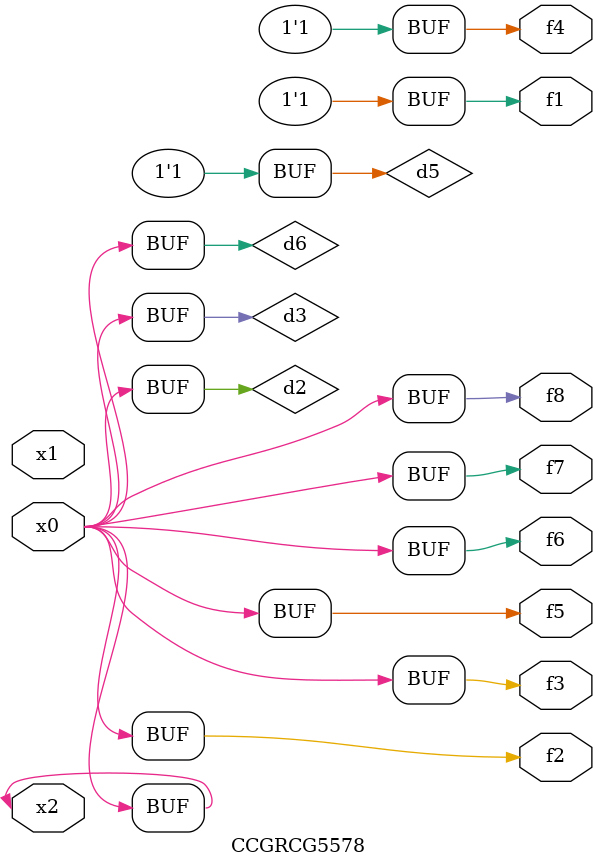
<source format=v>
module CCGRCG5578(
	input x0, x1, x2,
	output f1, f2, f3, f4, f5, f6, f7, f8
);

	wire d1, d2, d3, d4, d5, d6;

	xnor (d1, x2);
	buf (d2, x0, x2);
	and (d3, x0);
	xnor (d4, x1, x2);
	nand (d5, d1, d3);
	buf (d6, d2, d3);
	assign f1 = d5;
	assign f2 = d6;
	assign f3 = d6;
	assign f4 = d5;
	assign f5 = d6;
	assign f6 = d6;
	assign f7 = d6;
	assign f8 = d6;
endmodule

</source>
